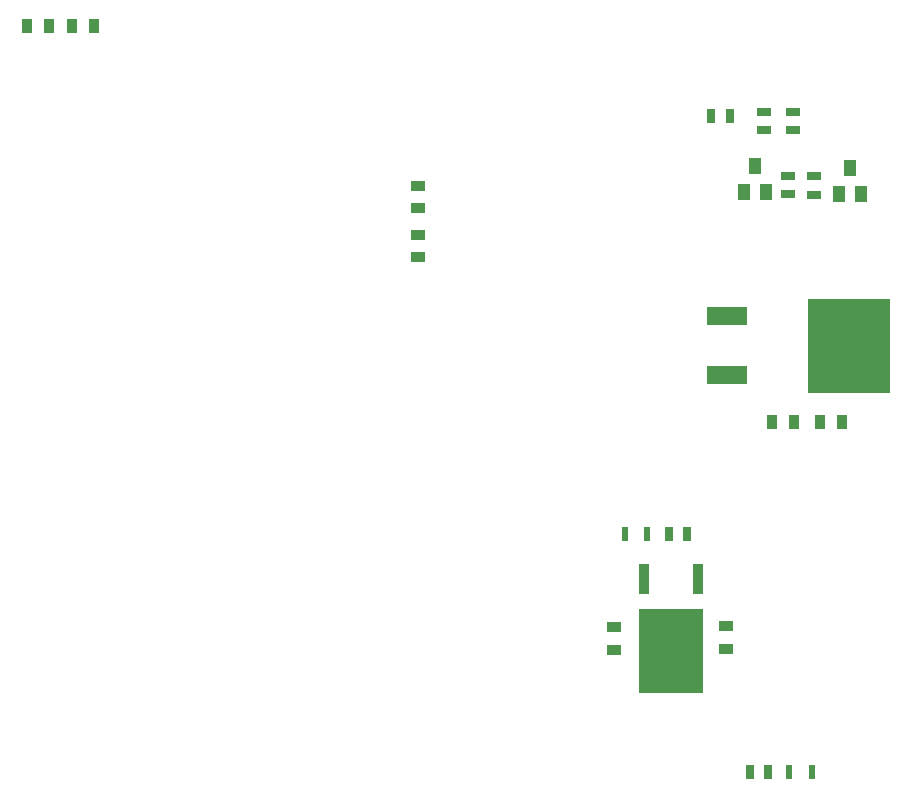
<source format=gtp>
G04*
G04 #@! TF.GenerationSoftware,Altium Limited,Altium Designer,18.1.9 (240)*
G04*
G04 Layer_Color=8421504*
%FSLAX44Y44*%
%MOMM*%
G71*
G01*
G75*
%ADD14R,1.0000X1.4000*%
%ADD15R,0.5000X1.2000*%
%ADD16R,1.3000X0.7000*%
%ADD17R,0.7000X1.3000*%
%ADD18R,7.0000X8.0000*%
%ADD19R,3.5000X1.6000*%
%ADD20R,0.9000X1.3000*%
%ADD21R,1.3000X0.9000*%
%ADD22R,0.9500X2.6000*%
%ADD23R,5.5000X7.1000*%
D14*
X960780Y601140D02*
D03*
X979780D02*
D03*
X970280Y623140D02*
D03*
X880516Y602664D02*
D03*
X899516D02*
D03*
X890016Y624664D02*
D03*
D15*
X919124Y111506D02*
D03*
X938124D02*
D03*
X798830Y313182D02*
D03*
X779830D02*
D03*
D16*
X922020Y670820D02*
D03*
Y655320D02*
D03*
X897890Y670820D02*
D03*
Y655320D02*
D03*
X917702Y616334D02*
D03*
Y600834D02*
D03*
X940054Y616080D02*
D03*
Y600580D02*
D03*
D17*
X853180Y666750D02*
D03*
X868680D02*
D03*
X832364Y313182D02*
D03*
X816864D02*
D03*
X885692Y111506D02*
D03*
X901192D02*
D03*
D18*
X969518Y472694D02*
D03*
D19*
X866518Y447694D02*
D03*
Y497694D02*
D03*
D20*
X292710Y742950D02*
D03*
X273710D02*
D03*
X330810D02*
D03*
X311810D02*
D03*
X923036Y408178D02*
D03*
X904036D02*
D03*
X944778D02*
D03*
X963778D02*
D03*
D21*
X604520Y589280D02*
D03*
Y608280D02*
D03*
X865632Y216052D02*
D03*
Y235052D02*
D03*
X770382Y215290D02*
D03*
Y234290D02*
D03*
X604520Y547420D02*
D03*
Y566420D02*
D03*
D22*
X841442Y274876D02*
D03*
X795842D02*
D03*
D23*
X818642Y214376D02*
D03*
M02*

</source>
